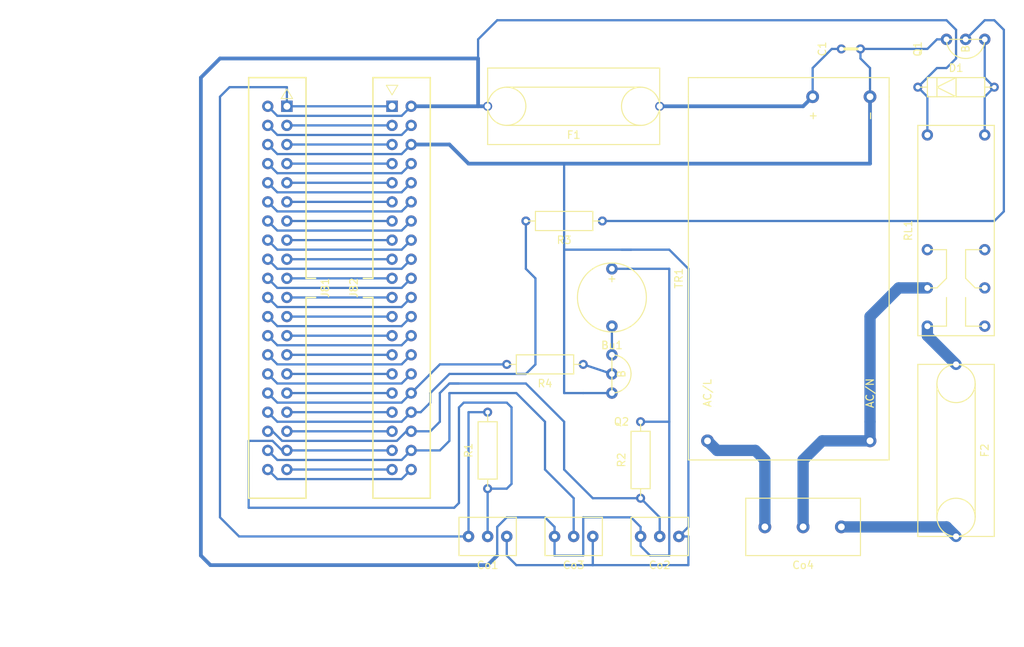
<source format=kicad_pcb>
(kicad_pcb (version 4) (host pcbnew 4.0.7)

  (general
    (links 75)
    (no_connects 0)
    (area 148.360001 81.179999 284.580001 163.990001)
    (thickness 1.6)
    (drawings 7)
    (tracks 258)
    (zones 0)
    (modules 19)
    (nets 54)
  )

  (page A4)
  (layers
    (0 F.Cu signal)
    (31 B.Cu signal)
    (32 B.Adhes user)
    (33 F.Adhes user)
    (34 B.Paste user)
    (35 F.Paste user)
    (36 B.SilkS user)
    (37 F.SilkS user)
    (38 B.Mask user)
    (39 F.Mask user)
    (40 Dwgs.User user)
    (41 Cmts.User user)
    (42 Eco1.User user)
    (43 Eco2.User user)
    (44 Edge.Cuts user)
    (45 Margin user)
    (46 B.CrtYd user)
    (47 F.CrtYd user)
    (48 B.Fab user)
    (49 F.Fab user)
  )

  (setup
    (last_trace_width 0.3)
    (user_trace_width 0.3)
    (user_trace_width 0.5)
    (user_trace_width 0.8)
    (user_trace_width 1)
    (user_trace_width 1.5)
    (trace_clearance 0.2)
    (zone_clearance 0.508)
    (zone_45_only no)
    (trace_min 0.3)
    (segment_width 0.2)
    (edge_width 0.15)
    (via_size 0.8)
    (via_drill 0.6)
    (via_min_size 0.6)
    (via_min_drill 0.6)
    (user_via 0.8 0.6)
    (user_via 1 0.8)
    (user_via 1.3 0.9)
    (uvia_size 0.3)
    (uvia_drill 0.1)
    (uvias_allowed no)
    (uvia_min_size 0.2)
    (uvia_min_drill 0.1)
    (pcb_text_width 0.3)
    (pcb_text_size 1.5 1.5)
    (mod_edge_width 0.15)
    (mod_text_size 1 1)
    (mod_text_width 0.15)
    (pad_size 1.52 1.52)
    (pad_drill 0.91)
    (pad_to_mask_clearance 0.2)
    (aux_axis_origin 0 0)
    (visible_elements 7FFFFFFF)
    (pcbplotparams
      (layerselection 0x00030_80000001)
      (usegerberextensions false)
      (excludeedgelayer true)
      (linewidth 0.100000)
      (plotframeref false)
      (viasonmask false)
      (mode 1)
      (useauxorigin false)
      (hpglpennumber 1)
      (hpglpenspeed 20)
      (hpglpendiameter 15)
      (hpglpenoverlay 2)
      (psnegative false)
      (psa4output false)
      (plotreference true)
      (plotvalue true)
      (plotinvisibletext false)
      (padsonsilk false)
      (subtractmaskfromsilk false)
      (outputformat 1)
      (mirror false)
      (drillshape 1)
      (scaleselection 1)
      (outputdirectory ""))
  )

  (net 0 "")
  (net 1 "Net-(Bu1-Pad1)")
  (net 2 "Net-(Bu1-Pad2)")
  (net 3 "Net-(C1-Pad1)")
  (net 4 "Net-(C1-Pad2)")
  (net 5 "Net-(Co1-Pad1)")
  (net 6 "Net-(Co1-Pad2)")
  (net 7 "Net-(Co2-Pad2)")
  (net 8 "Net-(Co3-Pad2)")
  (net 9 "Net-(Co4-Pad1)")
  (net 10 "Net-(Co4-Pad2)")
  (net 11 "Net-(Co4-Pad3)")
  (net 12 "Net-(D1-Pad1)")
  (net 13 "Net-(F2-Pad1)")
  (net 14 "Net-(J81-Pad3)")
  (net 15 "Net-(J81-Pad4)")
  (net 16 "Net-(J81-Pad5)")
  (net 17 "Net-(J81-Pad7)")
  (net 18 "Net-(J81-Pad8)")
  (net 19 "Net-(J81-Pad9)")
  (net 20 "Net-(J81-Pad10)")
  (net 21 "Net-(J81-Pad11)")
  (net 22 "Net-(J81-Pad12)")
  (net 23 "Net-(J81-Pad13)")
  (net 24 "Net-(J81-Pad14)")
  (net 25 "Net-(J81-Pad15)")
  (net 26 "Net-(J81-Pad16)")
  (net 27 "Net-(J81-Pad17)")
  (net 28 "Net-(J81-Pad18)")
  (net 29 "Net-(J81-Pad19)")
  (net 30 "Net-(J81-Pad20)")
  (net 31 "Net-(J81-Pad21)")
  (net 32 "Net-(J81-Pad22)")
  (net 33 "Net-(J81-Pad23)")
  (net 34 "Net-(J81-Pad24)")
  (net 35 "Net-(J81-Pad25)")
  (net 36 "Net-(J81-Pad26)")
  (net 37 "Net-(J81-Pad27)")
  (net 38 "Net-(J81-Pad28)")
  (net 39 "Net-(J81-Pad29)")
  (net 40 "Net-(J81-Pad30)")
  (net 41 "Net-(J81-Pad31)")
  (net 42 "Net-(J81-Pad32)")
  (net 43 "Net-(J81-Pad33)")
  (net 44 "Net-(J81-Pad34)")
  (net 45 "Net-(J81-Pad35)")
  (net 46 "Net-(J81-Pad40)")
  (net 47 "Net-(Q1-Pad2)")
  (net 48 "Net-(Q2-Pad2)")
  (net 49 "Net-(RL1-Pad3)")
  (net 50 "Net-(RL1-Pad6)")
  (net 51 "Net-(RL1-Pad7)")
  (net 52 "Net-(RL1-Pad8)")
  (net 53 "Net-(J81-Pad39)")

  (net_class Default "Dies ist die voreingestellte Netzklasse."
    (clearance 0.2)
    (trace_width 0.3)
    (via_dia 0.8)
    (via_drill 0.6)
    (uvia_dia 0.3)
    (uvia_drill 0.1)
    (add_net "Net-(Bu1-Pad1)")
    (add_net "Net-(Bu1-Pad2)")
    (add_net "Net-(C1-Pad1)")
    (add_net "Net-(C1-Pad2)")
    (add_net "Net-(Co1-Pad1)")
    (add_net "Net-(Co1-Pad2)")
    (add_net "Net-(Co2-Pad2)")
    (add_net "Net-(Co3-Pad2)")
    (add_net "Net-(Co4-Pad1)")
    (add_net "Net-(Co4-Pad2)")
    (add_net "Net-(Co4-Pad3)")
    (add_net "Net-(D1-Pad1)")
    (add_net "Net-(F2-Pad1)")
    (add_net "Net-(J81-Pad10)")
    (add_net "Net-(J81-Pad11)")
    (add_net "Net-(J81-Pad12)")
    (add_net "Net-(J81-Pad13)")
    (add_net "Net-(J81-Pad14)")
    (add_net "Net-(J81-Pad15)")
    (add_net "Net-(J81-Pad16)")
    (add_net "Net-(J81-Pad17)")
    (add_net "Net-(J81-Pad18)")
    (add_net "Net-(J81-Pad19)")
    (add_net "Net-(J81-Pad20)")
    (add_net "Net-(J81-Pad21)")
    (add_net "Net-(J81-Pad22)")
    (add_net "Net-(J81-Pad23)")
    (add_net "Net-(J81-Pad24)")
    (add_net "Net-(J81-Pad25)")
    (add_net "Net-(J81-Pad26)")
    (add_net "Net-(J81-Pad27)")
    (add_net "Net-(J81-Pad28)")
    (add_net "Net-(J81-Pad29)")
    (add_net "Net-(J81-Pad3)")
    (add_net "Net-(J81-Pad30)")
    (add_net "Net-(J81-Pad31)")
    (add_net "Net-(J81-Pad32)")
    (add_net "Net-(J81-Pad33)")
    (add_net "Net-(J81-Pad34)")
    (add_net "Net-(J81-Pad35)")
    (add_net "Net-(J81-Pad39)")
    (add_net "Net-(J81-Pad4)")
    (add_net "Net-(J81-Pad40)")
    (add_net "Net-(J81-Pad5)")
    (add_net "Net-(J81-Pad7)")
    (add_net "Net-(J81-Pad8)")
    (add_net "Net-(J81-Pad9)")
    (add_net "Net-(Q1-Pad2)")
    (add_net "Net-(Q2-Pad2)")
    (add_net "Net-(RL1-Pad3)")
    (add_net "Net-(RL1-Pad6)")
    (add_net "Net-(RL1-Pad7)")
    (add_net "Net-(RL1-Pad8)")
  )

  (net_class big ""
    (clearance 0.2)
    (trace_width 0.5)
    (via_dia 0.8)
    (via_drill 0.6)
    (uvia_dia 0.3)
    (uvia_drill 0.1)
  )

  (net_class power ""
    (clearance 0.2)
    (trace_width 0.8)
    (via_dia 1)
    (via_drill 0.8)
    (uvia_dia 0.3)
    (uvia_drill 0.1)
  )

  (module RasperryLib:Buzzer1x2 (layer F.Cu) (tedit 5BAA921D) (tstamp 5BE9E512)
    (at 229.87 120.65)
    (path /5BE9F2D6)
    (fp_text reference Bu1 (at 0 6.35) (layer F.SilkS)
      (effects (font (size 1 1) (thickness 0.15)))
    )
    (fp_text value Buzzer_2 (at 0 -6.35) (layer F.Fab)
      (effects (font (size 1 1) (thickness 0.15)))
    )
    (fp_text user + (at 0 -2.54) (layer F.SilkS)
      (effects (font (size 1 1) (thickness 0.15)))
    )
    (fp_circle (center 0 0) (end -2.54 -3.81) (layer F.SilkS) (width 0.15))
    (pad 1 thru_hole circle (at 0 -3.81) (size 1.524 1.524) (drill 0.762) (layers *.Cu *.Mask)
      (net 1 "Net-(Bu1-Pad1)"))
    (pad 2 thru_hole circle (at 0 3.81) (size 1.524 1.524) (drill 0.762) (layers *.Cu *.Mask)
      (net 2 "Net-(Bu1-Pad2)"))
  )

  (module RasperryLib:Capacitor_Small (layer F.Cu) (tedit 5BAA9585) (tstamp 5BE9E518)
    (at 261.62 87.63 270)
    (path /5BE9EC66)
    (fp_text reference C1 (at 0 3.81 270) (layer F.SilkS)
      (effects (font (size 1 1) (thickness 0.15)))
    )
    (fp_text value 10nF (at 0 -3.81 270) (layer F.Fab)
      (effects (font (size 1 1) (thickness 0.15)))
    )
    (fp_line (start 0 -1.27) (end 0 1.27) (layer F.SilkS) (width 0.4))
    (pad 1 thru_hole circle (at 0 -1.27 270) (size 1.2 1.2) (drill 0.6) (layers *.Cu *.Mask)
      (net 3 "Net-(C1-Pad1)"))
    (pad 2 thru_hole circle (at 0 1.27 270) (size 1.2 1.2) (drill 0.6) (layers *.Cu *.Mask)
      (net 4 "Net-(C1-Pad2)"))
  )

  (module RasperryLib:Conn_Small1x3 (layer F.Cu) (tedit 5BAA9499) (tstamp 5BE9E51F)
    (at 213.36 152.4)
    (path /5BE8F293)
    (fp_text reference Co1 (at 0 3.81) (layer F.SilkS)
      (effects (font (size 1 1) (thickness 0.15)))
    )
    (fp_text value DS18B20 (at 0 -3.81) (layer F.Fab)
      (effects (font (size 1 1) (thickness 0.15)))
    )
    (fp_line (start 3.81 -2.54) (end -3.81 -2.54) (layer F.SilkS) (width 0.15))
    (fp_line (start -3.81 -2.54) (end -3.81 2.54) (layer F.SilkS) (width 0.15))
    (fp_line (start -3.81 2.54) (end 3.81 2.54) (layer F.SilkS) (width 0.15))
    (fp_line (start 3.81 2.54) (end 3.81 -2.54) (layer F.SilkS) (width 0.15))
    (pad 1 thru_hole circle (at -2.54 0) (size 1.524 1.524) (drill 0.7) (layers *.Cu *.Mask)
      (net 5 "Net-(Co1-Pad1)"))
    (pad 2 thru_hole circle (at 0 0) (size 1.524 1.524) (drill 0.7) (layers *.Cu *.Mask)
      (net 6 "Net-(Co1-Pad2)"))
    (pad 3 thru_hole circle (at 2.54 0) (size 1.524 1.524) (drill 0.7) (layers *.Cu *.Mask)
      (net 3 "Net-(C1-Pad1)"))
  )

  (module RasperryLib:Conn_Small1x3 (layer F.Cu) (tedit 5BAA9499) (tstamp 5BE9E526)
    (at 236.22 152.4)
    (path /5BE8BABB)
    (fp_text reference Co2 (at 0 3.81) (layer F.SilkS)
      (effects (font (size 1 1) (thickness 0.15)))
    )
    (fp_text value DHT22 (at 0 -3.81) (layer F.Fab)
      (effects (font (size 1 1) (thickness 0.15)))
    )
    (fp_line (start 3.81 -2.54) (end -3.81 -2.54) (layer F.SilkS) (width 0.15))
    (fp_line (start -3.81 -2.54) (end -3.81 2.54) (layer F.SilkS) (width 0.15))
    (fp_line (start -3.81 2.54) (end 3.81 2.54) (layer F.SilkS) (width 0.15))
    (fp_line (start 3.81 2.54) (end 3.81 -2.54) (layer F.SilkS) (width 0.15))
    (pad 1 thru_hole circle (at -2.54 0) (size 1.524 1.524) (drill 0.7) (layers *.Cu *.Mask)
      (net 1 "Net-(Bu1-Pad1)"))
    (pad 2 thru_hole circle (at 0 0) (size 1.524 1.524) (drill 0.7) (layers *.Cu *.Mask)
      (net 7 "Net-(Co2-Pad2)"))
    (pad 3 thru_hole circle (at 2.54 0) (size 1.524 1.524) (drill 0.7) (layers *.Cu *.Mask)
      (net 3 "Net-(C1-Pad1)"))
  )

  (module RasperryLib:Conn_Small1x3 (layer F.Cu) (tedit 5BAA9499) (tstamp 5BE9E52D)
    (at 224.79 152.4)
    (path /5BE8BAE6)
    (fp_text reference Co3 (at 0 3.81) (layer F.SilkS)
      (effects (font (size 1 1) (thickness 0.15)))
    )
    (fp_text value "Move Sensor" (at 0 -3.81) (layer F.Fab)
      (effects (font (size 1 1) (thickness 0.15)))
    )
    (fp_line (start 3.81 -2.54) (end -3.81 -2.54) (layer F.SilkS) (width 0.15))
    (fp_line (start -3.81 -2.54) (end -3.81 2.54) (layer F.SilkS) (width 0.15))
    (fp_line (start -3.81 2.54) (end 3.81 2.54) (layer F.SilkS) (width 0.15))
    (fp_line (start 3.81 2.54) (end 3.81 -2.54) (layer F.SilkS) (width 0.15))
    (pad 1 thru_hole circle (at -2.54 0) (size 1.524 1.524) (drill 0.7) (layers *.Cu *.Mask)
      (net 1 "Net-(Bu1-Pad1)"))
    (pad 2 thru_hole circle (at 0 0) (size 1.524 1.524) (drill 0.7) (layers *.Cu *.Mask)
      (net 8 "Net-(Co3-Pad2)"))
    (pad 3 thru_hole circle (at 2.54 0) (size 1.524 1.524) (drill 0.7) (layers *.Cu *.Mask)
      (net 3 "Net-(C1-Pad1)"))
  )

  (module RasperryLib:Connector1x3 (layer F.Cu) (tedit 5BE34ED2) (tstamp 5BE9E534)
    (at 255.27 151.13)
    (path /5BE89353)
    (fp_text reference Co4 (at 0 5.08) (layer F.SilkS)
      (effects (font (size 1 1) (thickness 0.15)))
    )
    (fp_text value Connector1x3 (at 0 -5.08) (layer F.Fab)
      (effects (font (size 1 1) (thickness 0.15)))
    )
    (fp_line (start -7.62 3.81) (end -7.62 -3.81) (layer F.SilkS) (width 0.15))
    (fp_line (start 7.62 -3.81) (end 7.62 3.81) (layer F.SilkS) (width 0.15))
    (fp_line (start -7.62 -3.81) (end 7.62 -3.81) (layer F.SilkS) (width 0.15))
    (fp_line (start -7.62 3.81) (end 7.62 3.81) (layer F.SilkS) (width 0.15))
    (pad 1 thru_hole circle (at -5.08 0) (size 1.7 1.7) (drill 0.9) (layers *.Cu *.Mask)
      (net 9 "Net-(Co4-Pad1)"))
    (pad 2 thru_hole circle (at 0 0) (size 1.7 1.7) (drill 0.9) (layers *.Cu *.Mask)
      (net 10 "Net-(Co4-Pad2)"))
    (pad 3 thru_hole circle (at 5.08 0) (size 1.7 1.7) (drill 0.9) (layers *.Cu *.Mask)
      (net 11 "Net-(Co4-Pad3)"))
  )

  (module RasperryLib:Diode (layer F.Cu) (tedit 5BAA9893) (tstamp 5BE9E53A)
    (at 275.59 92.71 180)
    (path /5BE893D3)
    (fp_text reference D1 (at 0 2.54 180) (layer F.SilkS)
      (effects (font (size 1 1) (thickness 0.15)))
    )
    (fp_text value Diode (at 0 -2.54 180) (layer F.Fab)
      (effects (font (size 1 1) (thickness 0.15)))
    )
    (fp_line (start 3.81 0) (end 5.08 0) (layer F.SilkS) (width 0.15))
    (fp_line (start -3.81 0) (end -5.08 0) (layer F.SilkS) (width 0.15))
    (fp_line (start 2.54 -1.27) (end 2.54 1.27) (layer F.SilkS) (width 0.15))
    (fp_line (start 2.54 1.27) (end 0 1.27) (layer F.SilkS) (width 0.15))
    (fp_line (start 0 1.27) (end 2.54 0) (layer F.SilkS) (width 0.15))
    (fp_line (start 2.54 0) (end 0 -1.27) (layer F.SilkS) (width 0.15))
    (fp_line (start 0 -1.27) (end 0 1.27) (layer F.SilkS) (width 0.15))
    (fp_line (start -3.81 1.27) (end -3.81 -1.27) (layer F.SilkS) (width 0.15))
    (fp_line (start -3.81 -1.27) (end 3.81 -1.27) (layer F.SilkS) (width 0.15))
    (fp_line (start 3.81 -1.27) (end 3.81 1.27) (layer F.SilkS) (width 0.15))
    (fp_line (start 3.81 1.27) (end -3.81 1.27) (layer F.SilkS) (width 0.15))
    (pad 1 thru_hole circle (at -5.08 0 180) (size 1.2 1.2) (drill 0.6) (layers *.Cu *.Mask)
      (net 12 "Net-(D1-Pad1)"))
    (pad 2 thru_hole circle (at 5.08 0 180) (size 1.2 1.2) (drill 0.6) (layers *.Cu *.Mask)
      (net 1 "Net-(Bu1-Pad1)"))
  )

  (module RasperryLib:Fuse (layer F.Cu) (tedit 5BD0A38B) (tstamp 5BE9E540)
    (at 224.79 95.25)
    (path /5BE894B8)
    (fp_text reference F1 (at 0 3.81) (layer F.SilkS)
      (effects (font (size 1 1) (thickness 0.15)))
    )
    (fp_text value Fuse (at 0 -3.81) (layer F.Fab)
      (effects (font (size 1 1) (thickness 0.15)))
    )
    (fp_line (start 7.62 2.54) (end 8.89 2.54) (layer F.SilkS) (width 0.15))
    (fp_line (start 7.62 2.54) (end -8.89 2.54) (layer F.SilkS) (width 0.15))
    (fp_line (start 8.89 -2.54) (end -8.89 -2.54) (layer F.SilkS) (width 0.15))
    (fp_circle (center 8.89 0) (end 8.89 -2.54) (layer F.SilkS) (width 0.15))
    (fp_circle (center -8.89 0) (end -8.89 -2.54) (layer F.SilkS) (width 0.15))
    (fp_line (start 11.43 5.08) (end 11.43 -5.08) (layer F.SilkS) (width 0.15))
    (fp_line (start 11.43 -5.08) (end -11.43 -5.08) (layer F.SilkS) (width 0.15))
    (fp_line (start -11.43 -5.08) (end -11.43 5.08) (layer F.SilkS) (width 0.15))
    (fp_line (start -11.43 5.08) (end 11.43 5.08) (layer F.SilkS) (width 0.15))
    (pad 1 thru_hole circle (at 11.43 0) (size 1.2 1.2) (drill 0.8) (layers *.Cu *.Mask)
      (net 4 "Net-(C1-Pad2)"))
    (pad 2 thru_hole circle (at -11.43 0) (size 1.2 1.2) (drill 0.8) (layers *.Cu *.Mask)
      (net 1 "Net-(Bu1-Pad1)"))
  )

  (module RasperryLib:Fuse (layer F.Cu) (tedit 5BD0A38B) (tstamp 5BE9E546)
    (at 275.59 140.97 90)
    (path /5BE89477)
    (fp_text reference F2 (at 0 3.81 90) (layer F.SilkS)
      (effects (font (size 1 1) (thickness 0.15)))
    )
    (fp_text value Fuse (at 0 -3.81 90) (layer F.Fab)
      (effects (font (size 1 1) (thickness 0.15)))
    )
    (fp_line (start 7.62 2.54) (end 8.89 2.54) (layer F.SilkS) (width 0.15))
    (fp_line (start 7.62 2.54) (end -8.89 2.54) (layer F.SilkS) (width 0.15))
    (fp_line (start 8.89 -2.54) (end -8.89 -2.54) (layer F.SilkS) (width 0.15))
    (fp_circle (center 8.89 0) (end 8.89 -2.54) (layer F.SilkS) (width 0.15))
    (fp_circle (center -8.89 0) (end -8.89 -2.54) (layer F.SilkS) (width 0.15))
    (fp_line (start 11.43 5.08) (end 11.43 -5.08) (layer F.SilkS) (width 0.15))
    (fp_line (start 11.43 -5.08) (end -11.43 -5.08) (layer F.SilkS) (width 0.15))
    (fp_line (start -11.43 -5.08) (end -11.43 5.08) (layer F.SilkS) (width 0.15))
    (fp_line (start -11.43 5.08) (end 11.43 5.08) (layer F.SilkS) (width 0.15))
    (pad 1 thru_hole circle (at 11.43 0 90) (size 1.2 1.2) (drill 0.8) (layers *.Cu *.Mask)
      (net 13 "Net-(F2-Pad1)"))
    (pad 2 thru_hole circle (at -11.43 0 90) (size 1.2 1.2) (drill 0.8) (layers *.Cu *.Mask)
      (net 11 "Net-(Co4-Pad3)"))
  )

  (module RasperryLib:RaspiConnectorTurned (layer F.Cu) (tedit 5BEDC861) (tstamp 5BE9E572)
    (at 185.42 119.38 90)
    (descr "Raspi 2x40 Connector")
    (tags "CONN Raspi j8")
    (path /5BE894DF)
    (attr smd)
    (fp_text reference J81 (at 0 6.35 90) (layer F.SilkS)
      (effects (font (size 1 1) (thickness 0.15)))
    )
    (fp_text value J8HeaderTurned (at -1.27 -5.08 90) (layer F.Fab)
      (effects (font (size 1 1) (thickness 0.15)))
    )
    (fp_line (start -1.27 5.08) (end -1.27 3.81) (layer F.SilkS) (width 0.2))
    (fp_line (start -1.27 3.81) (end -27.94 3.81) (layer F.SilkS) (width 0.2))
    (fp_line (start -27.94 3.81) (end -27.94 -3.81) (layer F.SilkS) (width 0.2))
    (fp_line (start -27.94 -3.81) (end 27.94 -3.81) (layer F.SilkS) (width 0.2))
    (fp_line (start 27.94 -3.81) (end 27.94 3.81) (layer F.SilkS) (width 0.2))
    (fp_line (start 27.94 3.81) (end 1.27 3.81) (layer F.SilkS) (width 0.2))
    (fp_line (start 1.27 3.81) (end 1.27 5.08) (layer F.SilkS) (width 0.2))
    (fp_line (start 26.42 1.27) (end 25.15 0.51) (layer F.SilkS) (width 0.12))
    (fp_line (start 25.15 0.51) (end 25.15 2.03) (layer F.SilkS) (width 0.12))
    (fp_line (start 25.15 2.03) (end 26.42 1.27) (layer F.SilkS) (width 0.12))
    (fp_line (start -1.78 4.32) (end -1.78 3.56) (layer F.Fab) (width 0.1))
    (fp_line (start -1.78 3.56) (end -27.94 3.56) (layer F.Fab) (width 0.1))
    (fp_line (start -27.94 3.56) (end -27.94 -3.56) (layer F.Fab) (width 0.1))
    (fp_line (start -27.94 -3.56) (end 27.94 -3.56) (layer F.Fab) (width 0.1))
    (fp_line (start 27.94 -3.56) (end 27.94 3.56) (layer F.Fab) (width 0.1))
    (fp_line (start 27.94 3.56) (end 1.78 3.56) (layer F.Fab) (width 0.1))
    (fp_line (start 1.78 3.56) (end 1.78 4.32) (layer F.Fab) (width 0.1))
    (pad 1 thru_hole rect (at 24.13 1.27 90) (size 1.52 1.52) (drill 0.91) (layers *.Cu *.Mask)
      (net 5 "Net-(Co1-Pad1)"))
    (pad 2 thru_hole circle (at 24.13 -1.27 90) (size 1.5 1.5) (drill 0.8) (layers *.Cu *.Mask)
      (net 1 "Net-(Bu1-Pad1)"))
    (pad 3 thru_hole circle (at 21.59 1.27 90) (size 1.5 1.5) (drill 0.8) (layers *.Cu *.Mask)
      (net 14 "Net-(J81-Pad3)"))
    (pad 4 thru_hole circle (at 21.59 -1.27 90) (size 1.5 1.5) (drill 0.8) (layers *.Cu *.Mask)
      (net 15 "Net-(J81-Pad4)"))
    (pad 5 thru_hole circle (at 19.05 1.27 90) (size 1.5 1.5) (drill 0.8) (layers *.Cu *.Mask)
      (net 16 "Net-(J81-Pad5)"))
    (pad 6 thru_hole circle (at 19.05 -1.27 90) (size 1.5 1.5) (drill 0.8) (layers *.Cu *.Mask)
      (net 3 "Net-(C1-Pad1)"))
    (pad 7 thru_hole circle (at 16.51 1.27 90) (size 1.5 1.5) (drill 0.8) (layers *.Cu *.Mask)
      (net 17 "Net-(J81-Pad7)"))
    (pad 8 thru_hole circle (at 16.51 -1.27 90) (size 1.5 1.5) (drill 0.8) (layers *.Cu *.Mask)
      (net 18 "Net-(J81-Pad8)"))
    (pad 9 thru_hole circle (at 13.97 1.27 90) (size 1.5 1.5) (drill 0.8) (layers *.Cu *.Mask)
      (net 19 "Net-(J81-Pad9)"))
    (pad 10 thru_hole circle (at 13.97 -1.27 90) (size 1.5 1.5) (drill 0.8) (layers *.Cu *.Mask)
      (net 20 "Net-(J81-Pad10)"))
    (pad 11 thru_hole circle (at 11.43 1.27 90) (size 1.5 1.5) (drill 0.8) (layers *.Cu *.Mask)
      (net 21 "Net-(J81-Pad11)"))
    (pad 12 thru_hole circle (at 11.43 -1.27 90) (size 1.5 1.5) (drill 0.8) (layers *.Cu *.Mask)
      (net 22 "Net-(J81-Pad12)"))
    (pad 13 thru_hole circle (at 8.89 1.27 90) (size 1.5 1.5) (drill 0.8) (layers *.Cu *.Mask)
      (net 23 "Net-(J81-Pad13)"))
    (pad 14 thru_hole circle (at 8.89 -1.27 90) (size 1.5 1.5) (drill 0.8) (layers *.Cu *.Mask)
      (net 24 "Net-(J81-Pad14)"))
    (pad 15 thru_hole circle (at 6.35 1.27 90) (size 1.5 1.5) (drill 0.8) (layers *.Cu *.Mask)
      (net 25 "Net-(J81-Pad15)"))
    (pad 16 thru_hole circle (at 6.35 -1.27 90) (size 1.5 1.5) (drill 0.8) (layers *.Cu *.Mask)
      (net 26 "Net-(J81-Pad16)"))
    (pad 17 thru_hole circle (at 3.81 1.27 90) (size 1.5 1.5) (drill 0.8) (layers *.Cu *.Mask)
      (net 27 "Net-(J81-Pad17)"))
    (pad 18 thru_hole circle (at 3.81 -1.27 90) (size 1.5 1.5) (drill 0.8) (layers *.Cu *.Mask)
      (net 28 "Net-(J81-Pad18)"))
    (pad 19 thru_hole circle (at 1.27 1.27 90) (size 1.5 1.5) (drill 0.8) (layers *.Cu *.Mask)
      (net 29 "Net-(J81-Pad19)"))
    (pad 20 thru_hole circle (at 1.27 -1.27 90) (size 1.5 1.5) (drill 0.8) (layers *.Cu *.Mask)
      (net 30 "Net-(J81-Pad20)"))
    (pad 21 thru_hole circle (at -1.27 1.27 90) (size 1.5 1.5) (drill 0.8) (layers *.Cu *.Mask)
      (net 31 "Net-(J81-Pad21)"))
    (pad 22 thru_hole circle (at -1.27 -1.27 90) (size 1.5 1.5) (drill 0.8) (layers *.Cu *.Mask)
      (net 32 "Net-(J81-Pad22)"))
    (pad 23 thru_hole circle (at -3.81 1.27 90) (size 1.5 1.5) (drill 0.8) (layers *.Cu *.Mask)
      (net 33 "Net-(J81-Pad23)"))
    (pad 24 thru_hole circle (at -3.81 -1.27 90) (size 1.5 1.5) (drill 0.8) (layers *.Cu *.Mask)
      (net 34 "Net-(J81-Pad24)"))
    (pad 25 thru_hole circle (at -6.35 1.27 90) (size 1.5 1.5) (drill 0.8) (layers *.Cu *.Mask)
      (net 35 "Net-(J81-Pad25)"))
    (pad 26 thru_hole circle (at -6.35 -1.27 90) (size 1.5 1.5) (drill 0.8) (layers *.Cu *.Mask)
      (net 36 "Net-(J81-Pad26)"))
    (pad 27 thru_hole circle (at -8.89 1.27 90) (size 1.5 1.5) (drill 0.8) (layers *.Cu *.Mask)
      (net 37 "Net-(J81-Pad27)"))
    (pad 28 thru_hole circle (at -8.89 -1.27 90) (size 1.5 1.5) (drill 0.8) (layers *.Cu *.Mask)
      (net 38 "Net-(J81-Pad28)"))
    (pad 29 thru_hole circle (at -11.43 1.27 90) (size 1.5 1.5) (drill 0.8) (layers *.Cu *.Mask)
      (net 39 "Net-(J81-Pad29)"))
    (pad 30 thru_hole circle (at -11.43 -1.27 90) (size 1.5 1.5) (drill 0.8) (layers *.Cu *.Mask)
      (net 40 "Net-(J81-Pad30)"))
    (pad 31 thru_hole circle (at -13.97 1.27 90) (size 1.5 1.5) (drill 0.8) (layers *.Cu *.Mask)
      (net 41 "Net-(J81-Pad31)"))
    (pad 32 thru_hole circle (at -13.97 -1.27 90) (size 1.5 1.5) (drill 0.8) (layers *.Cu *.Mask)
      (net 42 "Net-(J81-Pad32)"))
    (pad 33 thru_hole circle (at -16.51 1.27 90) (size 1.5 1.5) (drill 0.8) (layers *.Cu *.Mask)
      (net 43 "Net-(J81-Pad33)"))
    (pad 34 thru_hole circle (at -16.51 -1.27 90) (size 1.5 1.5) (drill 0.8) (layers *.Cu *.Mask)
      (net 44 "Net-(J81-Pad34)"))
    (pad 35 thru_hole circle (at -19.05 1.27 90) (size 1.5 1.5) (drill 0.8) (layers *.Cu *.Mask)
      (net 45 "Net-(J81-Pad35)"))
    (pad 36 thru_hole circle (at -19.05 -1.27 90) (size 1.5 1.5) (drill 0.8) (layers *.Cu *.Mask)
      (net 7 "Net-(Co2-Pad2)"))
    (pad 37 thru_hole circle (at -21.59 1.27 90) (size 1.5 1.5) (drill 0.8) (layers *.Cu *.Mask)
      (net 6 "Net-(Co1-Pad2)"))
    (pad 38 thru_hole circle (at -21.59 -1.27 90) (size 1.5 1.5) (drill 0.8) (layers *.Cu *.Mask)
      (net 8 "Net-(Co3-Pad2)"))
    (pad 39 thru_hole circle (at -24.13 1.27 90) (size 1.5 1.5) (drill 0.8) (layers *.Cu *.Mask)
      (net 53 "Net-(J81-Pad39)"))
    (pad 40 thru_hole circle (at -24.13 -1.27 90) (size 1.5 1.5) (drill 0.8) (layers *.Cu *.Mask)
      (net 46 "Net-(J81-Pad40)"))
  )

  (module RasperryLib:RaspiConnector (layer F.Cu) (tedit 5BE34BD6) (tstamp 5BE9E59E)
    (at 201.93 119.38 270)
    (descr "Raspi 2x40 Connector")
    (tags "CONN Raspi j8")
    (path /5BE8950A)
    (attr smd)
    (fp_text reference J82 (at 0 6.35 270) (layer F.SilkS)
      (effects (font (size 1 1) (thickness 0.15)))
    )
    (fp_text value J8Header (at -1.27 -5.08 270) (layer F.Fab)
      (effects (font (size 1 1) (thickness 0.15)))
    )
    (fp_line (start -1.27 5.08) (end -1.27 3.81) (layer F.SilkS) (width 0.2))
    (fp_line (start -1.27 3.81) (end -27.94 3.81) (layer F.SilkS) (width 0.2))
    (fp_line (start -27.94 3.81) (end -27.94 -3.81) (layer F.SilkS) (width 0.2))
    (fp_line (start -27.94 -3.81) (end 27.94 -3.81) (layer F.SilkS) (width 0.2))
    (fp_line (start 27.94 -3.81) (end 27.94 3.81) (layer F.SilkS) (width 0.2))
    (fp_line (start 27.94 3.81) (end 1.27 3.81) (layer F.SilkS) (width 0.2))
    (fp_line (start 1.27 3.81) (end 1.27 5.08) (layer F.SilkS) (width 0.2))
    (fp_line (start -25.65 1.27) (end -26.92 0.51) (layer F.SilkS) (width 0.12))
    (fp_line (start -26.92 0.51) (end -26.92 2.03) (layer F.SilkS) (width 0.12))
    (fp_line (start -26.92 2.03) (end -25.65 1.27) (layer F.SilkS) (width 0.12))
    (fp_line (start -1.78 4.32) (end -1.78 3.56) (layer F.Fab) (width 0.1))
    (fp_line (start -1.78 3.56) (end -27.94 3.56) (layer F.Fab) (width 0.1))
    (fp_line (start -27.94 3.56) (end -27.94 -3.56) (layer F.Fab) (width 0.1))
    (fp_line (start -27.94 -3.56) (end 27.94 -3.56) (layer F.Fab) (width 0.1))
    (fp_line (start 27.94 -3.56) (end 27.94 3.56) (layer F.Fab) (width 0.1))
    (fp_line (start 27.94 3.56) (end 1.78 3.56) (layer F.Fab) (width 0.1))
    (fp_line (start 1.78 3.56) (end 1.78 4.32) (layer F.Fab) (width 0.1))
    (pad 1 thru_hole rect (at -24.13 1.27 270) (size 1.52 1.52) (drill 0.91) (layers *.Cu *.Mask)
      (net 5 "Net-(Co1-Pad1)"))
    (pad 2 thru_hole circle (at -24.13 -1.27 270) (size 1.5 1.5) (drill 0.8) (layers *.Cu *.Mask)
      (net 1 "Net-(Bu1-Pad1)"))
    (pad 3 thru_hole circle (at -21.59 1.27 270) (size 1.5 1.5) (drill 0.8) (layers *.Cu *.Mask)
      (net 14 "Net-(J81-Pad3)"))
    (pad 4 thru_hole circle (at -21.59 -1.27 270) (size 1.5 1.5) (drill 0.8) (layers *.Cu *.Mask)
      (net 15 "Net-(J81-Pad4)"))
    (pad 5 thru_hole circle (at -19.05 1.27 270) (size 1.5 1.5) (drill 0.8) (layers *.Cu *.Mask)
      (net 16 "Net-(J81-Pad5)"))
    (pad 6 thru_hole circle (at -19.05 -1.27 270) (size 1.5 1.5) (drill 0.8) (layers *.Cu *.Mask)
      (net 3 "Net-(C1-Pad1)"))
    (pad 7 thru_hole circle (at -16.51 1.27 270) (size 1.5 1.5) (drill 0.8) (layers *.Cu *.Mask)
      (net 17 "Net-(J81-Pad7)"))
    (pad 8 thru_hole circle (at -16.51 -1.27 270) (size 1.5 1.5) (drill 0.8) (layers *.Cu *.Mask)
      (net 18 "Net-(J81-Pad8)"))
    (pad 9 thru_hole circle (at -13.97 1.27 270) (size 1.5 1.5) (drill 0.8) (layers *.Cu *.Mask)
      (net 19 "Net-(J81-Pad9)"))
    (pad 10 thru_hole circle (at -13.97 -1.27 270) (size 1.5 1.5) (drill 0.8) (layers *.Cu *.Mask)
      (net 20 "Net-(J81-Pad10)"))
    (pad 11 thru_hole circle (at -11.43 1.27 270) (size 1.5 1.5) (drill 0.8) (layers *.Cu *.Mask)
      (net 21 "Net-(J81-Pad11)"))
    (pad 12 thru_hole circle (at -11.43 -1.27 270) (size 1.5 1.5) (drill 0.8) (layers *.Cu *.Mask)
      (net 22 "Net-(J81-Pad12)"))
    (pad 13 thru_hole circle (at -8.89 1.27 270) (size 1.5 1.5) (drill 0.8) (layers *.Cu *.Mask)
      (net 23 "Net-(J81-Pad13)"))
    (pad 14 thru_hole circle (at -8.89 -1.27 270) (size 1.5 1.5) (drill 0.8) (layers *.Cu *.Mask)
      (net 24 "Net-(J81-Pad14)"))
    (pad 15 thru_hole circle (at -6.35 1.27 270) (size 1.5 1.5) (drill 0.8) (layers *.Cu *.Mask)
      (net 25 "Net-(J81-Pad15)"))
    (pad 16 thru_hole circle (at -6.35 -1.27 270) (size 1.5 1.5) (drill 0.8) (layers *.Cu *.Mask)
      (net 26 "Net-(J81-Pad16)"))
    (pad 17 thru_hole circle (at -3.81 1.27 270) (size 1.5 1.5) (drill 0.8) (layers *.Cu *.Mask)
      (net 27 "Net-(J81-Pad17)"))
    (pad 18 thru_hole circle (at -3.81 -1.27 270) (size 1.5 1.5) (drill 0.8) (layers *.Cu *.Mask)
      (net 28 "Net-(J81-Pad18)"))
    (pad 19 thru_hole circle (at -1.27 1.27 270) (size 1.5 1.5) (drill 0.8) (layers *.Cu *.Mask)
      (net 29 "Net-(J81-Pad19)"))
    (pad 20 thru_hole circle (at -1.27 -1.27 270) (size 1.5 1.5) (drill 0.8) (layers *.Cu *.Mask)
      (net 30 "Net-(J81-Pad20)"))
    (pad 21 thru_hole circle (at 1.27 1.27 270) (size 1.5 1.5) (drill 0.8) (layers *.Cu *.Mask)
      (net 31 "Net-(J81-Pad21)"))
    (pad 22 thru_hole circle (at 1.27 -1.27 270) (size 1.5 1.5) (drill 0.8) (layers *.Cu *.Mask)
      (net 32 "Net-(J81-Pad22)"))
    (pad 23 thru_hole circle (at 3.81 1.27 270) (size 1.5 1.5) (drill 0.8) (layers *.Cu *.Mask)
      (net 33 "Net-(J81-Pad23)"))
    (pad 24 thru_hole circle (at 3.81 -1.27 270) (size 1.5 1.5) (drill 0.8) (layers *.Cu *.Mask)
      (net 34 "Net-(J81-Pad24)"))
    (pad 25 thru_hole circle (at 6.35 1.27 270) (size 1.5 1.5) (drill 0.8) (layers *.Cu *.Mask)
      (net 35 "Net-(J81-Pad25)"))
    (pad 26 thru_hole circle (at 6.35 -1.27 270) (size 1.5 1.5) (drill 0.8) (layers *.Cu *.Mask)
      (net 36 "Net-(J81-Pad26)"))
    (pad 27 thru_hole circle (at 8.89 1.27 270) (size 1.5 1.5) (drill 0.8) (layers *.Cu *.Mask)
      (net 37 "Net-(J81-Pad27)"))
    (pad 28 thru_hole circle (at 8.89 -1.27 270) (size 1.5 1.5) (drill 0.8) (layers *.Cu *.Mask)
      (net 38 "Net-(J81-Pad28)"))
    (pad 29 thru_hole circle (at 11.43 1.27 270) (size 1.5 1.5) (drill 0.8) (layers *.Cu *.Mask)
      (net 39 "Net-(J81-Pad29)"))
    (pad 30 thru_hole circle (at 11.43 -1.27 270) (size 1.5 1.5) (drill 0.8) (layers *.Cu *.Mask)
      (net 40 "Net-(J81-Pad30)"))
    (pad 31 thru_hole circle (at 13.97 1.27 270) (size 1.5 1.5) (drill 0.8) (layers *.Cu *.Mask)
      (net 41 "Net-(J81-Pad31)"))
    (pad 32 thru_hole circle (at 13.97 -1.27 270) (size 1.5 1.5) (drill 0.8) (layers *.Cu *.Mask)
      (net 42 "Net-(J81-Pad32)"))
    (pad 33 thru_hole circle (at 16.51 1.27 270) (size 1.5 1.5) (drill 0.8) (layers *.Cu *.Mask)
      (net 43 "Net-(J81-Pad33)"))
    (pad 34 thru_hole circle (at 16.51 -1.27 270) (size 1.5 1.5) (drill 0.8) (layers *.Cu *.Mask)
      (net 44 "Net-(J81-Pad34)"))
    (pad 35 thru_hole circle (at 19.05 1.27 270) (size 1.5 1.5) (drill 0.8) (layers *.Cu *.Mask)
      (net 45 "Net-(J81-Pad35)"))
    (pad 36 thru_hole circle (at 19.05 -1.27 270) (size 1.5 1.5) (drill 0.8) (layers *.Cu *.Mask)
      (net 7 "Net-(Co2-Pad2)"))
    (pad 37 thru_hole circle (at 21.59 1.27 270) (size 1.5 1.5) (drill 0.8) (layers *.Cu *.Mask)
      (net 6 "Net-(Co1-Pad2)"))
    (pad 38 thru_hole circle (at 21.59 -1.27 270) (size 1.5 1.5) (drill 0.8) (layers *.Cu *.Mask)
      (net 8 "Net-(Co3-Pad2)"))
    (pad 39 thru_hole circle (at 24.13 1.27 270) (size 1.5 1.5) (drill 0.8) (layers *.Cu *.Mask)
      (net 53 "Net-(J81-Pad39)"))
    (pad 40 thru_hole circle (at 24.13 -1.27 270) (size 1.5 1.5) (drill 0.8) (layers *.Cu *.Mask)
      (net 46 "Net-(J81-Pad40)"))
  )

  (module RasperryLib:BC337 (layer F.Cu) (tedit 5BEC64AD) (tstamp 5BE9E5A5)
    (at 276.86 87.63 270)
    (path /5BE89444)
    (fp_text reference Q1 (at 0 6.35 270) (layer F.SilkS)
      (effects (font (size 1 1) (thickness 0.15)))
    )
    (fp_text value BC337 (at 0 -6.35 270) (layer F.Fab)
      (effects (font (size 1 1) (thickness 0.15)))
    )
    (fp_text user B (at 0 0 450) (layer F.SilkS)
      (effects (font (size 1 1) (thickness 0.15)))
    )
    (fp_line (start -1.27 2.54) (end -1.27 -2.54) (layer F.SilkS) (width 0.15))
    (fp_arc (start -1.27 0) (end -1.27 -2.54) (angle 90) (layer F.SilkS) (width 0.15))
    (fp_arc (start -1.27 0) (end 1.27 0) (angle 90) (layer F.SilkS) (width 0.15))
    (pad 1 thru_hole circle (at -1.27 -2.54 270) (size 1.524 1.524) (drill 0.762) (layers *.Cu *.Mask)
      (net 12 "Net-(D1-Pad1)"))
    (pad 2 thru_hole circle (at -1.27 0 270) (size 1.524 1.524) (drill 0.762) (layers *.Cu *.Mask)
      (net 47 "Net-(Q1-Pad2)"))
    (pad 3 thru_hole circle (at -1.27 2.54 270) (size 1.524 1.524) (drill 0.762) (layers *.Cu *.Mask)
      (net 3 "Net-(C1-Pad1)"))
  )

  (module RasperryLib:Resistor (layer F.Cu) (tedit 5BAA9956) (tstamp 5BE9E5B2)
    (at 213.36 140.97 270)
    (path /5BE8F9F6)
    (fp_text reference R1 (at 0 2.54 270) (layer F.SilkS)
      (effects (font (size 1 1) (thickness 0.15)))
    )
    (fp_text value 10k (at 0 -2.54 270) (layer F.Fab)
      (effects (font (size 1 1) (thickness 0.15)))
    )
    (fp_line (start 3.81 0) (end 5.08 0) (layer F.SilkS) (width 0.15))
    (fp_line (start -3.81 0) (end -5.08 0) (layer F.SilkS) (width 0.15))
    (fp_line (start -3.81 1.27) (end -3.81 -1.27) (layer F.SilkS) (width 0.15))
    (fp_line (start -3.81 -1.27) (end 3.81 -1.27) (layer F.SilkS) (width 0.15))
    (fp_line (start 3.81 -1.27) (end 3.81 1.27) (layer F.SilkS) (width 0.15))
    (fp_line (start 3.81 1.27) (end -3.81 1.27) (layer F.SilkS) (width 0.15))
    (pad 1 thru_hole circle (at -5.08 0 270) (size 1.2 1.2) (drill 0.6) (layers *.Cu *.Mask)
      (net 5 "Net-(Co1-Pad1)"))
    (pad 2 thru_hole circle (at 5.08 0 270) (size 1.2 1.2) (drill 0.6) (layers *.Cu *.Mask)
      (net 6 "Net-(Co1-Pad2)"))
  )

  (module RasperryLib:Resistor (layer F.Cu) (tedit 5BAA9956) (tstamp 5BE9E5B8)
    (at 233.68 142.24 270)
    (path /5BE8E5B2)
    (fp_text reference R2 (at 0 2.54 270) (layer F.SilkS)
      (effects (font (size 1 1) (thickness 0.15)))
    )
    (fp_text value 10k (at 0 -2.54 270) (layer F.Fab)
      (effects (font (size 1 1) (thickness 0.15)))
    )
    (fp_line (start 3.81 0) (end 5.08 0) (layer F.SilkS) (width 0.15))
    (fp_line (start -3.81 0) (end -5.08 0) (layer F.SilkS) (width 0.15))
    (fp_line (start -3.81 1.27) (end -3.81 -1.27) (layer F.SilkS) (width 0.15))
    (fp_line (start -3.81 -1.27) (end 3.81 -1.27) (layer F.SilkS) (width 0.15))
    (fp_line (start 3.81 -1.27) (end 3.81 1.27) (layer F.SilkS) (width 0.15))
    (fp_line (start 3.81 1.27) (end -3.81 1.27) (layer F.SilkS) (width 0.15))
    (pad 1 thru_hole circle (at -5.08 0 270) (size 1.2 1.2) (drill 0.6) (layers *.Cu *.Mask)
      (net 1 "Net-(Bu1-Pad1)"))
    (pad 2 thru_hole circle (at 5.08 0 270) (size 1.2 1.2) (drill 0.6) (layers *.Cu *.Mask)
      (net 7 "Net-(Co2-Pad2)"))
  )

  (module RasperryLib:Resistor (layer F.Cu) (tedit 5BAA9956) (tstamp 5BE9E5BE)
    (at 223.52 110.49)
    (path /5BE90BEE)
    (fp_text reference R3 (at 0 2.54) (layer F.SilkS)
      (effects (font (size 1 1) (thickness 0.15)))
    )
    (fp_text value 1k (at 0 -2.54) (layer F.Fab)
      (effects (font (size 1 1) (thickness 0.15)))
    )
    (fp_line (start 3.81 0) (end 5.08 0) (layer F.SilkS) (width 0.15))
    (fp_line (start -3.81 0) (end -5.08 0) (layer F.SilkS) (width 0.15))
    (fp_line (start -3.81 1.27) (end -3.81 -1.27) (layer F.SilkS) (width 0.15))
    (fp_line (start -3.81 -1.27) (end 3.81 -1.27) (layer F.SilkS) (width 0.15))
    (fp_line (start 3.81 -1.27) (end 3.81 1.27) (layer F.SilkS) (width 0.15))
    (fp_line (start 3.81 1.27) (end -3.81 1.27) (layer F.SilkS) (width 0.15))
    (pad 1 thru_hole circle (at -5.08 0) (size 1.2 1.2) (drill 0.6) (layers *.Cu *.Mask)
      (net 44 "Net-(J81-Pad34)"))
    (pad 2 thru_hole circle (at 5.08 0) (size 1.2 1.2) (drill 0.6) (layers *.Cu *.Mask)
      (net 47 "Net-(Q1-Pad2)"))
  )

  (module RasperryLib:Resistor (layer F.Cu) (tedit 5BAA9956) (tstamp 5BE9E5C4)
    (at 220.98 129.54)
    (path /5BE9F598)
    (fp_text reference R4 (at 0 2.54) (layer F.SilkS)
      (effects (font (size 1 1) (thickness 0.15)))
    )
    (fp_text value 1k (at 0 -2.54) (layer F.Fab)
      (effects (font (size 1 1) (thickness 0.15)))
    )
    (fp_line (start 3.81 0) (end 5.08 0) (layer F.SilkS) (width 0.15))
    (fp_line (start -3.81 0) (end -5.08 0) (layer F.SilkS) (width 0.15))
    (fp_line (start -3.81 1.27) (end -3.81 -1.27) (layer F.SilkS) (width 0.15))
    (fp_line (start -3.81 -1.27) (end 3.81 -1.27) (layer F.SilkS) (width 0.15))
    (fp_line (start 3.81 -1.27) (end 3.81 1.27) (layer F.SilkS) (width 0.15))
    (fp_line (start 3.81 1.27) (end -3.81 1.27) (layer F.SilkS) (width 0.15))
    (pad 1 thru_hole circle (at -5.08 0) (size 1.2 1.2) (drill 0.6) (layers *.Cu *.Mask)
      (net 42 "Net-(J81-Pad32)"))
    (pad 2 thru_hole circle (at 5.08 0) (size 1.2 1.2) (drill 0.6) (layers *.Cu *.Mask)
      (net 48 "Net-(Q2-Pad2)"))
  )

  (module RasperryLib:Relais (layer F.Cu) (tedit 5BE34C15) (tstamp 5BE9E5D0)
    (at 275.59 111.76 270)
    (path /5BE8936C)
    (fp_text reference RL1 (at 0 6.35 270) (layer F.SilkS)
      (effects (font (size 1 1) (thickness 0.15)))
    )
    (fp_text value Relais (at 0 -7.62 270) (layer F.Fab)
      (effects (font (size 1 1) (thickness 0.15)))
    )
    (fp_line (start 12.7 -3.81) (end 12.7 -1.27) (layer F.SilkS) (width 0.15))
    (fp_line (start 12.7 -1.27) (end 8.89 -1.27) (layer F.SilkS) (width 0.15))
    (fp_line (start 7.62 -3.81) (end 7.62 -2.54) (layer F.SilkS) (width 0.15))
    (fp_line (start 7.62 -2.54) (end 6.35 -1.27) (layer F.SilkS) (width 0.15))
    (fp_line (start 2.54 -3.81) (end 2.54 -1.27) (layer F.SilkS) (width 0.15))
    (fp_line (start 2.54 -1.27) (end 6.35 -1.27) (layer F.SilkS) (width 0.15))
    (fp_line (start 7.62 3.81) (end 7.62 2.54) (layer F.SilkS) (width 0.15))
    (fp_line (start 7.62 2.54) (end 6.35 1.27) (layer F.SilkS) (width 0.15))
    (fp_line (start 12.7 1.27) (end 8.89 1.27) (layer F.SilkS) (width 0.15))
    (fp_line (start 12.7 1.27) (end 12.7 3.81) (layer F.SilkS) (width 0.15))
    (fp_line (start 2.54 3.81) (end 2.54 1.27) (layer F.SilkS) (width 0.15))
    (fp_line (start 2.54 1.27) (end 6.35 1.27) (layer F.SilkS) (width 0.15))
    (fp_line (start -13.97 -5.08) (end -13.97 5.08) (layer F.SilkS) (width 0.15))
    (fp_line (start -13.97 5.08) (end 13.97 5.08) (layer F.SilkS) (width 0.15))
    (fp_line (start 13.97 5.08) (end 13.97 -5.08) (layer F.SilkS) (width 0.15))
    (fp_line (start 13.97 -5.08) (end -13.97 -5.08) (layer F.SilkS) (width 0.15))
    (pad 1 thru_hole circle (at -12.7 -3.81 270) (size 1.5 1.5) (drill 0.8) (layers *.Cu *.Mask)
      (net 12 "Net-(D1-Pad1)"))
    (pad 2 thru_hole circle (at -12.7 3.81 270) (size 1.5 1.5) (drill 0.8) (layers *.Cu *.Mask)
      (net 1 "Net-(Bu1-Pad1)"))
    (pad 3 thru_hole circle (at 2.54 3.81 270) (size 1.5 1.5) (drill 0.8) (layers *.Cu *.Mask)
      (net 49 "Net-(RL1-Pad3)"))
    (pad 4 thru_hole circle (at 7.62 3.81 270) (size 1.5 1.5) (drill 0.8) (layers *.Cu *.Mask)
      (net 10 "Net-(Co4-Pad2)"))
    (pad 5 thru_hole circle (at 12.7 3.81 270) (size 1.5 1.5) (drill 0.8) (layers *.Cu *.Mask)
      (net 13 "Net-(F2-Pad1)"))
    (pad 6 thru_hole circle (at 2.54 -3.81 270) (size 1.5 1.5) (drill 0.8) (layers *.Cu *.Mask)
      (net 50 "Net-(RL1-Pad6)"))
    (pad 7 thru_hole circle (at 7.62 -3.81 270) (size 1.5 1.5) (drill 0.8) (layers *.Cu *.Mask)
      (net 51 "Net-(RL1-Pad7)"))
    (pad 8 thru_hole circle (at 12.7 -3.81 270) (size 1.5 1.5) (drill 0.8) (layers *.Cu *.Mask)
      (net 52 "Net-(RL1-Pad8)"))
  )

  (module RasperryLib:Trafo (layer F.Cu) (tedit 5BE34C56) (tstamp 5BE9E5D8)
    (at 252.73 116.84 270)
    (path /5BE892D8)
    (fp_text reference TR1 (at 1.27 13.97 270) (layer F.SilkS)
      (effects (font (size 1 1) (thickness 0.15)))
    )
    (fp_text value Trafo5V (at 0 -15.24 270) (layer F.Fab)
      (effects (font (size 1 1) (thickness 0.15)))
    )
    (fp_text user AC/L (at 16.51 10.16 270) (layer F.SilkS)
      (effects (font (size 1 1) (thickness 0.15)))
    )
    (fp_text user AC/N (at 16.51 -11.43 270) (layer F.SilkS)
      (effects (font (size 1 1) (thickness 0.15)))
    )
    (fp_text user + (at -20.32 -3.81 270) (layer F.SilkS)
      (effects (font (size 1 1) (thickness 0.15)))
    )
    (fp_text user - (at -20.32 -11.43 270) (layer F.SilkS)
      (effects (font (size 1 1) (thickness 0.15)))
    )
    (fp_line (start -25.4 -13.97) (end -22.86 -13.97) (layer F.SilkS) (width 0.15))
    (fp_line (start -22.86 12.7) (end -25.4 12.7) (layer F.SilkS) (width 0.15))
    (fp_line (start -25.4 12.7) (end -25.4 11.43) (layer F.SilkS) (width 0.15))
    (fp_line (start 25.4 11.43) (end 25.4 12.7) (layer F.SilkS) (width 0.15))
    (fp_line (start -22.86 -13.97) (end 25.4 -13.97) (layer F.SilkS) (width 0.15))
    (fp_line (start 25.4 -13.97) (end 25.4 11.43) (layer F.SilkS) (width 0.15))
    (fp_line (start 25.4 12.7) (end -22.86 12.7) (layer F.SilkS) (width 0.15))
    (fp_line (start -25.4 11.43) (end -25.4 -13.97) (layer F.SilkS) (width 0.15))
    (pad 1 thru_hole circle (at 22.86 -11.43 270) (size 1.7 1.7) (drill 0.9) (layers *.Cu *.Mask)
      (net 10 "Net-(Co4-Pad2)"))
    (pad 2 thru_hole circle (at 22.86 10.16 270) (size 1.7 1.7) (drill 0.9) (layers *.Cu *.Mask)
      (net 9 "Net-(Co4-Pad1)"))
    (pad 3 thru_hole circle (at -22.86 -11.43 270) (size 1.7 1.7) (drill 0.9) (layers *.Cu *.Mask)
      (net 3 "Net-(C1-Pad1)"))
    (pad 4 thru_hole circle (at -22.86 -3.81 270) (size 1.7 1.7) (drill 0.9) (layers *.Cu *.Mask)
      (net 4 "Net-(C1-Pad2)"))
  )

  (module RasperryLib:BC337 (layer F.Cu) (tedit 5BEDC70A) (tstamp 5BE9E5AC)
    (at 231.14 130.81)
    (path /5BE9F3DC)
    (fp_text reference Q2 (at 0 6.35) (layer F.SilkS)
      (effects (font (size 1 1) (thickness 0.15)))
    )
    (fp_text value BC337 (at 0 -6.35) (layer F.Fab)
      (effects (font (size 1 1) (thickness 0.15)))
    )
    (fp_text user B (at 0 0 90) (layer F.SilkS)
      (effects (font (size 1 1) (thickness 0.15)))
    )
    (fp_line (start -1.27 2.54) (end -1.27 -2.54) (layer F.SilkS) (width 0.15))
    (fp_arc (start -1.27 0) (end -1.27 -2.54) (angle 90) (layer F.SilkS) (width 0.15))
    (fp_arc (start -1.27 0) (end 1.27 0) (angle 90) (layer F.SilkS) (width 0.15))
    (pad 1 thru_hole circle (at -1.27 -2.54) (size 1.524 1.524) (drill 0.762) (layers *.Cu *.Mask)
      (net 2 "Net-(Bu1-Pad2)"))
    (pad 2 thru_hole circle (at -1.27 0) (size 1.524 1.524) (drill 0.762) (layers *.Cu *.Mask)
      (net 48 "Net-(Q2-Pad2)"))
    (pad 3 thru_hole circle (at -1.27 2.54) (size 1.524 1.524) (drill 0.762) (layers *.Cu *.Mask)
      (net 3 "Net-(C1-Pad1)"))
  )

  (dimension 121.92 (width 0.3) (layer F.CrtYd)
    (gr_text "121,920 mm" (at 223.52 167.72) (layer F.CrtYd)
      (effects (font (size 1.5 1.5) (thickness 0.3)))
    )
    (feature1 (pts (xy 162.56 162.56) (xy 162.56 169.07)))
    (feature2 (pts (xy 284.48 162.56) (xy 284.48 169.07)))
    (crossbar (pts (xy 284.48 166.37) (xy 162.56 166.37)))
    (arrow1a (pts (xy 162.56 166.37) (xy 163.686504 165.783579)))
    (arrow1b (pts (xy 162.56 166.37) (xy 163.686504 166.956421)))
    (arrow2a (pts (xy 284.48 166.37) (xy 283.353496 165.783579)))
    (arrow2b (pts (xy 284.48 166.37) (xy 283.353496 166.956421)))
  )
  (gr_line (start 284.48 161.29) (end 281.94 161.29) (angle 90) (layer Margin) (width 0.2))
  (gr_line (start 284.48 81.28) (end 284.48 161.29) (angle 90) (layer Margin) (width 0.2))
  (gr_line (start 162.56 81.28) (end 284.48 81.28) (angle 90) (layer Margin) (width 0.2))
  (gr_line (start 162.56 161.29) (end 162.56 81.28) (angle 90) (layer Margin) (width 0.2))
  (gr_line (start 283.21 161.29) (end 162.56 161.29) (angle 90) (layer Margin) (width 0.2))
  (dimension 80.01 (width 0.3) (layer F.CrtYd)
    (gr_text "80,010 mm" (at 154.86 121.285 90) (layer F.CrtYd)
      (effects (font (size 1.5 1.5) (thickness 0.3)))
    )
    (feature1 (pts (xy 162.56 81.28) (xy 153.51 81.28)))
    (feature2 (pts (xy 162.56 161.29) (xy 153.51 161.29)))
    (crossbar (pts (xy 156.21 161.29) (xy 156.21 81.28)))
    (arrow1a (pts (xy 156.21 81.28) (xy 156.796421 82.406504)))
    (arrow1b (pts (xy 156.21 81.28) (xy 155.623579 82.406504)))
    (arrow2a (pts (xy 156.21 161.29) (xy 156.796421 160.163496)))
    (arrow2b (pts (xy 156.21 161.29) (xy 155.623579 160.163496)))
  )

  (segment (start 212.09 95.25) (end 212.09 88.9) (width 0.5) (layer B.Cu) (net 1))
  (segment (start 212.09 88.9) (end 177.8 88.9) (width 0.5) (layer B.Cu) (net 1) (tstamp 5BEDD980))
  (segment (start 177.8 88.9) (end 175.26 91.44) (width 0.5) (layer B.Cu) (net 1) (tstamp 5BEDD981))
  (segment (start 175.26 91.44) (end 175.26 154.94) (width 0.5) (layer B.Cu) (net 1) (tstamp 5BEDD982))
  (segment (start 175.26 154.94) (end 176.53 156.21) (width 0.5) (layer B.Cu) (net 1) (tstamp 5BEDD984))
  (segment (start 176.53 156.21) (end 213.36 156.21) (width 0.5) (layer B.Cu) (net 1) (tstamp 5BEDD986))
  (segment (start 213.36 156.21) (end 214.63 154.94) (width 0.5) (layer B.Cu) (net 1) (tstamp 5BEDD988))
  (segment (start 213.36 95.25) (end 203.2 95.25) (width 0.5) (layer B.Cu) (net 1) (status 10))
  (segment (start 212.09 88.9) (end 212.09 86.36) (width 0.3) (layer B.Cu) (net 1))
  (segment (start 212.09 86.36) (end 214.63 83.82) (width 0.3) (layer B.Cu) (net 1) (tstamp 5BEDD905))
  (segment (start 214.63 83.82) (end 274.32 83.82) (width 0.3) (layer B.Cu) (net 1) (tstamp 5BEDD907))
  (segment (start 274.32 83.82) (end 275.59 85.09) (width 0.3) (layer B.Cu) (net 1) (tstamp 5BEDD90A))
  (segment (start 275.59 85.09) (end 275.59 88.9) (width 0.3) (layer B.Cu) (net 1) (tstamp 5BEDD90C))
  (segment (start 275.59 88.9) (end 274.32 90.17) (width 0.3) (layer B.Cu) (net 1) (tstamp 5BEDD912))
  (segment (start 274.32 90.17) (end 273.05 90.17) (width 0.3) (layer B.Cu) (net 1) (tstamp 5BEDD914))
  (segment (start 273.05 90.17) (end 270.51 92.71) (width 0.3) (layer B.Cu) (net 1) (tstamp 5BEDD917))
  (segment (start 271.78 99.06) (end 271.78 93.98) (width 0.3) (layer B.Cu) (net 1))
  (segment (start 271.78 93.98) (end 270.51 92.71) (width 0.3) (layer B.Cu) (net 1) (tstamp 5BEDD536))
  (segment (start 237.49 137.16) (end 233.68 137.16) (width 0.3) (layer B.Cu) (net 1))
  (segment (start 233.68 152.4) (end 233.68 153.67) (width 0.3) (layer B.Cu) (net 1))
  (segment (start 237.49 116.84) (end 229.87 116.84) (width 0.3) (layer B.Cu) (net 1) (tstamp 5BEDD4C4))
  (segment (start 237.49 154.94) (end 237.49 137.16) (width 0.3) (layer B.Cu) (net 1) (tstamp 5BEDD4C3))
  (segment (start 237.49 137.16) (end 237.49 116.84) (width 0.3) (layer B.Cu) (net 1) (tstamp 5BEDD4D1))
  (segment (start 234.95 154.94) (end 237.49 154.94) (width 0.3) (layer B.Cu) (net 1) (tstamp 5BEDD4C1))
  (segment (start 233.68 153.67) (end 234.95 154.94) (width 0.3) (layer B.Cu) (net 1) (tstamp 5BEDD4BE))
  (segment (start 226.06 149.86) (end 232.41 149.86) (width 0.3) (layer B.Cu) (net 1))
  (segment (start 222.25 154.94) (end 226.06 154.94) (width 0.3) (layer B.Cu) (net 1) (tstamp 5BEDD48A))
  (segment (start 226.06 154.94) (end 226.06 149.86) (width 0.3) (layer B.Cu) (net 1) (tstamp 5BEDD48C))
  (segment (start 222.25 152.4) (end 222.25 154.94) (width 0.3) (layer B.Cu) (net 1))
  (segment (start 233.68 151.13) (end 233.68 152.4) (width 0.3) (layer B.Cu) (net 1) (tstamp 5BEDD4B7))
  (segment (start 232.41 149.86) (end 233.68 151.13) (width 0.3) (layer B.Cu) (net 1) (tstamp 5BEDD4B3))
  (segment (start 207.01 156.21) (end 213.36 156.21) (width 0.3) (layer B.Cu) (net 1))
  (segment (start 212.09 88.9) (end 177.8 88.9) (width 0.3) (layer B.Cu) (net 1) (tstamp 5BEDD409))
  (segment (start 177.8 88.9) (end 175.26 91.44) (width 0.3) (layer B.Cu) (net 1) (tstamp 5BEDD40A))
  (segment (start 175.26 91.44) (end 175.26 154.94) (width 0.3) (layer B.Cu) (net 1) (tstamp 5BEDD40B))
  (segment (start 175.26 154.94) (end 176.53 156.21) (width 0.3) (layer B.Cu) (net 1) (tstamp 5BEDD40D))
  (segment (start 176.53 156.21) (end 207.01 156.21) (width 0.3) (layer B.Cu) (net 1) (tstamp 5BEDD40E))
  (segment (start 222.25 151.13) (end 222.25 152.4) (width 0.3) (layer B.Cu) (net 1) (tstamp 5BEDD486))
  (segment (start 220.98 149.86) (end 222.25 151.13) (width 0.3) (layer B.Cu) (net 1) (tstamp 5BEDD484))
  (segment (start 215.9 149.86) (end 220.98 149.86) (width 0.3) (layer B.Cu) (net 1) (tstamp 5BEDD47D))
  (segment (start 214.63 151.13) (end 215.9 149.86) (width 0.3) (layer B.Cu) (net 1) (tstamp 5BEDD47A))
  (segment (start 214.63 154.94) (end 214.63 151.13) (width 0.3) (layer B.Cu) (net 1) (tstamp 5BEDD477))
  (segment (start 213.36 156.21) (end 214.63 154.94) (width 0.3) (layer B.Cu) (net 1) (tstamp 5BEDD476))
  (segment (start 203.2 95.25) (end 201.93 96.52) (width 0.3) (layer B.Cu) (net 1))
  (segment (start 201.93 96.52) (end 185.42 96.52) (width 0.3) (layer B.Cu) (net 1) (tstamp 5BEDD426))
  (segment (start 185.42 96.52) (end 184.15 95.25) (width 0.3) (layer B.Cu) (net 1) (tstamp 5BEDD42B))
  (segment (start 213.36 95.25) (end 212.09 95.25) (width 0.3) (layer B.Cu) (net 1) (status 10))
  (segment (start 212.09 95.25) (end 203.2 95.25) (width 0.3) (layer B.Cu) (net 1) (tstamp 5BEDD407))
  (segment (start 229.87 124.46) (end 229.87 128.27) (width 0.3) (layer B.Cu) (net 2))
  (segment (start 264.16 93.98) (end 264.16 102.87) (width 0.5) (layer B.Cu) (net 3))
  (segment (start 264.16 102.87) (end 210.82 102.87) (width 0.5) (layer B.Cu) (net 3) (tstamp 5BEDD961))
  (segment (start 210.82 102.87) (end 208.28 100.33) (width 0.5) (layer B.Cu) (net 3) (tstamp 5BEDD963))
  (segment (start 208.28 100.33) (end 203.2 100.33) (width 0.5) (layer B.Cu) (net 3) (tstamp 5BEDD965))
  (segment (start 232.41 114.3) (end 223.52 114.3) (width 0.3) (layer B.Cu) (net 3))
  (segment (start 226.06 133.35) (end 223.52 133.35) (width 0.3) (layer B.Cu) (net 3))
  (segment (start 223.52 133.35) (end 223.52 114.3) (width 0.3) (layer B.Cu) (net 3) (tstamp 5BEDD880))
  (segment (start 229.87 133.35) (end 226.06 133.35) (width 0.3) (layer B.Cu) (net 3) (tstamp 5BEDD4F7))
  (segment (start 223.52 114.3) (end 223.52 102.87) (width 0.3) (layer B.Cu) (net 3) (tstamp 5BEDD8A4))
  (segment (start 240.03 151.13) (end 238.76 152.4) (width 0.3) (layer B.Cu) (net 3) (tstamp 5BEDD83F))
  (segment (start 240.03 116.84) (end 240.03 151.13) (width 0.3) (layer B.Cu) (net 3) (tstamp 5BEDD83B))
  (segment (start 237.49 114.3) (end 240.03 116.84) (width 0.3) (layer B.Cu) (net 3) (tstamp 5BEDD838))
  (segment (start 231.14 114.3) (end 232.41 114.3) (width 0.3) (layer B.Cu) (net 3) (tstamp 5BEDD834))
  (segment (start 232.41 114.3) (end 237.49 114.3) (width 0.3) (layer B.Cu) (net 3) (tstamp 5BEDD8A0))
  (segment (start 240.03 152.4) (end 240.03 156.21) (width 0.3) (layer B.Cu) (net 3))
  (segment (start 240.03 152.4) (end 238.76 152.4) (width 0.3) (layer B.Cu) (net 3) (tstamp 5BEDD58D))
  (segment (start 240.03 156.21) (end 227.33 156.21) (width 0.3) (layer B.Cu) (net 3) (tstamp 5BEDD5AE))
  (segment (start 274.32 86.36) (end 273.05 86.36) (width 0.3) (layer B.Cu) (net 3))
  (segment (start 271.78 87.63) (end 262.89 87.63) (width 0.3) (layer B.Cu) (net 3) (tstamp 5BEDD54E))
  (segment (start 273.05 86.36) (end 271.78 87.63) (width 0.3) (layer B.Cu) (net 3) (tstamp 5BEDD54C))
  (segment (start 264.16 93.98) (end 264.16 90.17) (width 0.3) (layer B.Cu) (net 3))
  (segment (start 262.89 88.9) (end 262.89 87.63) (width 0.3) (layer B.Cu) (net 3) (tstamp 5BEDD51A))
  (segment (start 264.16 90.17) (end 262.89 88.9) (width 0.3) (layer B.Cu) (net 3) (tstamp 5BEDD519))
  (segment (start 227.33 156.21) (end 217.17 156.21) (width 0.3) (layer B.Cu) (net 3))
  (segment (start 217.17 156.21) (end 215.9 154.94) (width 0.3) (layer B.Cu) (net 3) (tstamp 5BEDD508))
  (segment (start 215.9 154.94) (end 215.9 152.4) (width 0.3) (layer B.Cu) (net 3) (tstamp 5BEDD50A))
  (segment (start 227.33 156.21) (end 227.33 152.4) (width 0.3) (layer B.Cu) (net 3) (tstamp 5BEDD4A8))
  (segment (start 208.28 100.33) (end 203.2 100.33) (width 0.3) (layer B.Cu) (net 3) (tstamp 5BEDD44D))
  (segment (start 210.82 102.87) (end 208.28 100.33) (width 0.3) (layer B.Cu) (net 3) (tstamp 5BEDD44A))
  (segment (start 264.16 102.87) (end 246.38 102.87) (width 0.3) (layer B.Cu) (net 3) (tstamp 5BEDD43C))
  (segment (start 246.38 102.87) (end 240.03 102.87) (width 0.3) (layer B.Cu) (net 3) (tstamp 5BEDD458))
  (segment (start 240.03 102.87) (end 229.87 102.87) (width 0.3) (layer B.Cu) (net 3) (tstamp 5BEDD589))
  (segment (start 229.87 102.87) (end 223.52 102.87) (width 0.3) (layer B.Cu) (net 3) (tstamp 5BEDD831))
  (segment (start 223.52 102.87) (end 220.98 102.87) (width 0.3) (layer B.Cu) (net 3) (tstamp 5BEDD89E))
  (segment (start 220.98 102.87) (end 210.82 102.87) (width 0.3) (layer B.Cu) (net 3) (tstamp 5BEDD4F2))
  (segment (start 203.2 100.33) (end 201.93 101.6) (width 0.3) (layer B.Cu) (net 3))
  (segment (start 185.42 101.6) (end 184.15 100.33) (width 0.3) (layer B.Cu) (net 3) (tstamp 5BEDD418))
  (segment (start 201.93 101.6) (end 185.42 101.6) (width 0.3) (layer B.Cu) (net 3) (tstamp 5BEDD417))
  (segment (start 256.54 93.98) (end 255.27 95.25) (width 0.5) (layer B.Cu) (net 4))
  (segment (start 255.27 95.25) (end 236.22 95.25) (width 0.5) (layer B.Cu) (net 4) (tstamp 5BEDD970) (status 20))
  (segment (start 255.27 95.25) (end 236.22 95.25) (width 0.3) (layer B.Cu) (net 4) (tstamp 5BEDD3BB) (status 20))
  (segment (start 256.54 93.98) (end 256.54 90.17) (width 0.3) (layer B.Cu) (net 4))
  (segment (start 259.08 87.63) (end 260.35 87.63) (width 0.3) (layer B.Cu) (net 4) (tstamp 5BEDCF5C))
  (segment (start 256.54 90.17) (end 259.08 87.63) (width 0.3) (layer B.Cu) (net 4) (tstamp 5BEDCF5B))
  (segment (start 210.82 152.4) (end 180.34 152.4) (width 0.3) (layer B.Cu) (net 5))
  (segment (start 186.69 92.71) (end 186.69 95.25) (width 0.3) (layer B.Cu) (net 5) (tstamp 5BEDCAA0))
  (segment (start 179.07 92.71) (end 186.69 92.71) (width 0.3) (layer B.Cu) (net 5) (tstamp 5BEDCA9E))
  (segment (start 177.8 93.98) (end 179.07 92.71) (width 0.3) (layer B.Cu) (net 5) (tstamp 5BEDCA9C))
  (segment (start 177.8 149.86) (end 177.8 93.98) (width 0.3) (layer B.Cu) (net 5) (tstamp 5BEDCA96))
  (segment (start 180.34 152.4) (end 177.8 149.86) (width 0.3) (layer B.Cu) (net 5) (tstamp 5BEDCA92))
  (segment (start 210.82 152.4) (end 210.82 135.89) (width 0.3) (layer B.Cu) (net 5))
  (segment (start 210.82 135.89) (end 213.36 135.89) (width 0.3) (layer B.Cu) (net 5) (tstamp 5BEDCA37))
  (segment (start 200.66 95.25) (end 186.69 95.25) (width 0.3) (layer B.Cu) (net 5))
  (segment (start 186.69 140.97) (end 186.055 140.97) (width 0.3) (layer B.Cu) (net 6))
  (segment (start 186.055 140.97) (end 184.785 139.7) (width 0.3) (layer B.Cu) (net 6) (tstamp 5BEDD17D))
  (segment (start 215.9 146.05) (end 213.36 146.05) (width 0.3) (layer B.Cu) (net 6) (tstamp 5BEDD19F))
  (segment (start 216.535 145.415) (end 215.9 146.05) (width 0.3) (layer B.Cu) (net 6) (tstamp 5BEDD19C))
  (segment (start 216.535 135.255) (end 216.535 145.415) (width 0.3) (layer B.Cu) (net 6) (tstamp 5BEDD199))
  (segment (start 215.9 134.62) (end 216.535 135.255) (width 0.3) (layer B.Cu) (net 6) (tstamp 5BEDD197))
  (segment (start 210.185 134.62) (end 215.9 134.62) (width 0.3) (layer B.Cu) (net 6) (tstamp 5BEDD194))
  (segment (start 209.55 135.255) (end 210.185 134.62) (width 0.3) (layer B.Cu) (net 6) (tstamp 5BEDD191))
  (segment (start 209.55 147.955) (end 209.55 135.255) (width 0.3) (layer B.Cu) (net 6) (tstamp 5BEDD18E))
  (segment (start 208.915 148.59) (end 209.55 147.955) (width 0.3) (layer B.Cu) (net 6) (tstamp 5BEDD18B))
  (segment (start 181.61 148.59) (end 208.915 148.59) (width 0.3) (layer B.Cu) (net 6) (tstamp 5BEDD186))
  (segment (start 181.61 139.7) (end 181.61 148.59) (width 0.3) (layer B.Cu) (net 6) (tstamp 5BEDD184))
  (segment (start 184.785 139.7) (end 181.61 139.7) (width 0.3) (layer B.Cu) (net 6) (tstamp 5BEDD183))
  (segment (start 200.66 140.97) (end 201.295 140.97) (width 0.3) (layer B.Cu) (net 6))
  (segment (start 213.36 152.4) (end 213.36 146.05) (width 0.3) (layer B.Cu) (net 6))
  (segment (start 200.66 140.97) (end 186.69 140.97) (width 0.3) (layer B.Cu) (net 6))
  (segment (start 201.295 139.7) (end 186.055 139.7) (width 0.3) (layer B.Cu) (net 7))
  (segment (start 202.565 138.43) (end 201.295 139.7) (width 0.3) (layer B.Cu) (net 7) (tstamp 5BEDCB04))
  (segment (start 186.055 139.7) (end 184.785 138.43) (width 0.3) (layer B.Cu) (net 7) (tstamp 5BEDD177))
  (segment (start 184.785 138.43) (end 184.15 138.43) (width 0.3) (layer B.Cu) (net 7) (tstamp 5BEDD17A))
  (segment (start 208.28 132.08) (end 218.44 132.08) (width 0.3) (layer B.Cu) (net 7))
  (segment (start 227.33 147.32) (end 233.68 147.32) (width 0.3) (layer B.Cu) (net 7) (tstamp 5BEDD10A))
  (segment (start 223.52 143.51) (end 227.33 147.32) (width 0.3) (layer B.Cu) (net 7) (tstamp 5BEDD107))
  (segment (start 223.52 137.16) (end 223.52 143.51) (width 0.3) (layer B.Cu) (net 7) (tstamp 5BEDD103))
  (segment (start 218.44 132.08) (end 223.52 137.16) (width 0.3) (layer B.Cu) (net 7) (tstamp 5BEDD0FE))
  (segment (start 209.55 132.08) (end 208.28 132.08) (width 0.3) (layer B.Cu) (net 7))
  (segment (start 207.01 133.35) (end 208.28 132.08) (width 0.3) (layer B.Cu) (net 7) (tstamp 5BEDD0B9))
  (segment (start 207.01 137.16) (end 207.01 133.35) (width 0.3) (layer B.Cu) (net 7) (tstamp 5BEDD0B7))
  (segment (start 205.74 138.43) (end 207.01 137.16) (width 0.3) (layer B.Cu) (net 7) (tstamp 5BEDD0B6))
  (segment (start 205.74 138.43) (end 203.2 138.43) (width 0.3) (layer B.Cu) (net 7))
  (segment (start 233.68 147.32) (end 236.22 149.86) (width 0.3) (layer B.Cu) (net 7))
  (segment (start 236.22 149.86) (end 236.22 152.4) (width 0.3) (layer B.Cu) (net 7) (tstamp 5BEDCBB0))
  (segment (start 202.565 138.43) (end 203.2 138.43) (width 0.3) (layer B.Cu) (net 7) (tstamp 5BEDCB08))
  (segment (start 203.2 140.97) (end 207.01 140.97) (width 0.3) (layer B.Cu) (net 8))
  (segment (start 224.79 147.32) (end 224.79 152.4) (width 0.3) (layer B.Cu) (net 8) (tstamp 5BEDD121))
  (segment (start 220.98 143.51) (end 224.79 147.32) (width 0.3) (layer B.Cu) (net 8) (tstamp 5BEDD11F))
  (segment (start 220.98 137.16) (end 220.98 143.51) (width 0.3) (layer B.Cu) (net 8) (tstamp 5BEDD119))
  (segment (start 217.17 133.35) (end 220.98 137.16) (width 0.3) (layer B.Cu) (net 8) (tstamp 5BEDD117))
  (segment (start 208.28 133.35) (end 217.17 133.35) (width 0.3) (layer B.Cu) (net 8) (tstamp 5BEDD116))
  (segment (start 208.28 139.7) (end 208.28 133.35) (width 0.3) (layer B.Cu) (net 8) (tstamp 5BEDD114))
  (segment (start 207.01 140.97) (end 208.28 139.7) (width 0.3) (layer B.Cu) (net 8) (tstamp 5BEDD110))
  (segment (start 203.2 140.97) (end 201.93 142.24) (width 0.3) (layer B.Cu) (net 8))
  (segment (start 185.42 142.24) (end 184.15 140.97) (width 0.3) (layer B.Cu) (net 8) (tstamp 5BEDC9D3))
  (segment (start 201.93 142.24) (end 185.42 142.24) (width 0.3) (layer B.Cu) (net 8) (tstamp 5BEDC9D2))
  (segment (start 250.19 151.13) (end 250.19 142.24) (width 1.5) (layer B.Cu) (net 9))
  (segment (start 243.84 140.97) (end 242.57 139.7) (width 1.5) (layer B.Cu) (net 9) (tstamp 5BEDD9B2))
  (segment (start 248.92 140.97) (end 243.84 140.97) (width 1.5) (layer B.Cu) (net 9) (tstamp 5BEDD9B1))
  (segment (start 250.19 142.24) (end 248.92 140.97) (width 1.5) (layer B.Cu) (net 9) (tstamp 5BEDD9AF))
  (segment (start 264.16 139.7) (end 264.16 137.16) (width 1.5) (layer B.Cu) (net 10))
  (segment (start 264.16 137.16) (end 264.16 123.19) (width 1.5) (layer B.Cu) (net 10))
  (segment (start 264.16 123.19) (end 267.97 119.38) (width 1.5) (layer B.Cu) (net 10) (tstamp 5BEDD9BD))
  (segment (start 267.97 119.38) (end 271.78 119.38) (width 1.5) (layer B.Cu) (net 10) (tstamp 5BEDD9BE))
  (segment (start 255.27 151.13) (end 255.27 142.24) (width 1.5) (layer B.Cu) (net 10))
  (segment (start 255.27 142.24) (end 257.81 139.7) (width 1.5) (layer B.Cu) (net 10) (tstamp 5BEDD9B6))
  (segment (start 257.81 139.7) (end 264.16 139.7) (width 1.5) (layer B.Cu) (net 10) (tstamp 5BEDD9B7))
  (segment (start 267.97 119.38) (end 271.78 119.38) (width 0.3) (layer B.Cu) (net 10) (tstamp 5BEDD5E0))
  (segment (start 264.16 123.19) (end 267.97 119.38) (width 0.3) (layer B.Cu) (net 10) (tstamp 5BEDD5DD))
  (segment (start 264.16 139.7) (end 257.81 139.7) (width 0.3) (layer B.Cu) (net 10))
  (segment (start 257.81 139.7) (end 255.27 142.24) (width 0.3) (layer B.Cu) (net 10) (tstamp 5BEDD5D1))
  (segment (start 275.59 152.4) (end 274.32 151.13) (width 1.5) (layer B.Cu) (net 11))
  (segment (start 274.32 151.13) (end 260.35 151.13) (width 1.5) (layer B.Cu) (net 11) (tstamp 5BEDD9C4))
  (segment (start 260.35 151.13) (end 274.32 151.13) (width 0.3) (layer B.Cu) (net 11))
  (segment (start 279.4 86.36) (end 279.4 91.44) (width 0.3) (layer B.Cu) (net 12))
  (segment (start 279.4 91.44) (end 280.67 92.71) (width 0.3) (layer B.Cu) (net 12) (tstamp 5BEDD53F))
  (segment (start 279.4 99.06) (end 279.4 93.98) (width 0.3) (layer B.Cu) (net 12))
  (segment (start 279.4 93.98) (end 280.67 92.71) (width 0.3) (layer B.Cu) (net 12) (tstamp 5BEDD53B))
  (segment (start 271.78 124.46) (end 271.78 125.73) (width 1.5) (layer B.Cu) (net 13))
  (segment (start 271.78 125.73) (end 275.59 129.54) (width 1.5) (layer B.Cu) (net 13) (tstamp 5BEDD9C1))
  (segment (start 271.78 125.73) (end 275.59 129.54) (width 0.3) (layer B.Cu) (net 13) (tstamp 5BEDD5E9))
  (segment (start 200.66 97.79) (end 186.69 97.79) (width 0.3) (layer B.Cu) (net 14))
  (segment (start 203.2 97.79) (end 201.93 99.06) (width 0.3) (layer B.Cu) (net 15))
  (segment (start 185.42 99.06) (end 184.15 97.79) (width 0.3) (layer B.Cu) (net 15) (tstamp 5BEDC981))
  (segment (start 201.93 99.06) (end 185.42 99.06) (width 0.3) (layer B.Cu) (net 15) (tstamp 5BEDC980))
  (segment (start 200.66 100.33) (end 186.69 100.33) (width 0.3) (layer B.Cu) (net 16))
  (segment (start 200.66 102.87) (end 186.69 102.87) (width 0.3) (layer B.Cu) (net 17))
  (segment (start 203.2 102.87) (end 201.93 104.14) (width 0.3) (layer B.Cu) (net 18))
  (segment (start 185.42 104.14) (end 184.15 102.87) (width 0.3) (layer B.Cu) (net 18) (tstamp 5BEDC989))
  (segment (start 201.93 104.14) (end 185.42 104.14) (width 0.3) (layer B.Cu) (net 18) (tstamp 5BEDC988))
  (segment (start 200.66 105.41) (end 186.69 105.41) (width 0.3) (layer B.Cu) (net 19))
  (segment (start 203.2 105.41) (end 201.93 106.68) (width 0.3) (layer B.Cu) (net 20))
  (segment (start 185.42 106.68) (end 184.15 105.41) (width 0.3) (layer B.Cu) (net 20) (tstamp 5BEDC98D))
  (segment (start 201.93 106.68) (end 185.42 106.68) (width 0.3) (layer B.Cu) (net 20) (tstamp 5BEDC98C))
  (segment (start 200.66 107.95) (end 186.69 107.95) (width 0.3) (layer B.Cu) (net 21))
  (segment (start 203.2 107.95) (end 201.93 109.22) (width 0.3) (layer B.Cu) (net 22))
  (segment (start 185.42 109.22) (end 184.15 107.95) (width 0.3) (layer B.Cu) (net 22) (tstamp 5BEDC991))
  (segment (start 201.93 109.22) (end 185.42 109.22) (width 0.3) (layer B.Cu) (net 22) (tstamp 5BEDC990))
  (segment (start 203.2 107.95) (end 203.2 107.315) (width 0.3) (layer B.Cu) (net 22))
  (segment (start 200.66 110.49) (end 186.69 110.49) (width 0.3) (layer B.Cu) (net 23))
  (segment (start 203.2 110.49) (end 201.93 111.76) (width 0.3) (layer B.Cu) (net 24))
  (segment (start 185.42 111.76) (end 184.15 110.49) (width 0.3) (layer B.Cu) (net 24) (tstamp 5BEDC995))
  (segment (start 201.93 111.76) (end 185.42 111.76) (width 0.3) (layer B.Cu) (net 24) (tstamp 5BEDC994))
  (segment (start 200.66 113.03) (end 186.69 113.03) (width 0.3) (layer B.Cu) (net 25))
  (segment (start 203.2 113.03) (end 201.93 114.3) (width 0.3) (layer B.Cu) (net 26))
  (segment (start 185.42 114.3) (end 184.15 113.03) (width 0.3) (layer B.Cu) (net 26) (tstamp 5BEDC999))
  (segment (start 201.93 114.3) (end 185.42 114.3) (width 0.3) (layer B.Cu) (net 26) (tstamp 5BEDC998))
  (segment (start 200.66 115.57) (end 186.69 115.57) (width 0.3) (layer B.Cu) (net 27))
  (segment (start 203.2 115.57) (end 201.93 116.84) (width 0.3) (layer B.Cu) (net 28))
  (segment (start 185.42 116.84) (end 184.15 115.57) (width 0.3) (layer B.Cu) (net 28) (tstamp 5BEDC99D))
  (segment (start 201.93 116.84) (end 185.42 116.84) (width 0.3) (layer B.Cu) (net 28) (tstamp 5BEDC99C))
  (segment (start 200.66 118.11) (end 186.69 118.11) (width 0.3) (layer B.Cu) (net 29))
  (segment (start 203.2 118.11) (end 201.93 119.38) (width 0.3) (layer B.Cu) (net 30))
  (segment (start 185.42 119.38) (end 184.15 118.11) (width 0.3) (layer B.Cu) (net 30) (tstamp 5BEDC9A1))
  (segment (start 201.93 119.38) (end 185.42 119.38) (width 0.3) (layer B.Cu) (net 30) (tstamp 5BEDC9A0))
  (segment (start 200.66 120.65) (end 186.69 120.65) (width 0.3) (layer B.Cu) (net 31))
  (segment (start 203.2 120.65) (end 201.93 121.92) (width 0.3) (layer B.Cu) (net 32))
  (segment (start 185.42 121.92) (end 184.15 120.65) (width 0.3) (layer B.Cu) (net 32) (tstamp 5BEDC9A5))
  (segment (start 201.93 121.92) (end 185.42 121.92) (width 0.3) (layer B.Cu) (net 32) (tstamp 5BEDC9A4))
  (segment (start 200.66 123.19) (end 186.69 123.19) (width 0.3) (layer B.Cu) (net 33))
  (segment (start 203.2 123.19) (end 201.93 124.46) (width 0.3) (layer B.Cu) (net 34))
  (segment (start 185.42 124.46) (end 184.15 123.19) (width 0.3) (layer B.Cu) (net 34) (tstamp 5BEDC9A9))
  (segment (start 201.93 124.46) (end 185.42 124.46) (width 0.3) (layer B.Cu) (net 34) (tstamp 5BEDC9A8))
  (segment (start 200.66 125.73) (end 186.69 125.73) (width 0.3) (layer B.Cu) (net 35))
  (segment (start 203.2 125.73) (end 201.93 127) (width 0.3) (layer B.Cu) (net 36))
  (segment (start 185.42 127) (end 184.15 125.73) (width 0.3) (layer B.Cu) (net 36) (tstamp 5BEDC9AD))
  (segment (start 201.93 127) (end 185.42 127) (width 0.3) (layer B.Cu) (net 36) (tstamp 5BEDC9AC))
  (segment (start 200.66 128.27) (end 186.69 128.27) (width 0.3) (layer B.Cu) (net 37))
  (segment (start 203.2 128.27) (end 201.93 129.54) (width 0.3) (layer B.Cu) (net 38))
  (segment (start 185.42 129.54) (end 184.15 128.27) (width 0.3) (layer B.Cu) (net 38) (tstamp 5BEDC9B9))
  (segment (start 201.93 129.54) (end 185.42 129.54) (width 0.3) (layer B.Cu) (net 38) (tstamp 5BEDC9B8))
  (segment (start 200.66 130.81) (end 186.69 130.81) (width 0.3) (layer B.Cu) (net 39))
  (segment (start 203.2 130.81) (end 201.93 132.08) (width 0.3) (layer B.Cu) (net 40))
  (segment (start 185.42 132.08) (end 184.15 130.81) (width 0.3) (layer B.Cu) (net 40) (tstamp 5BEDC9BD))
  (segment (start 201.93 132.08) (end 185.42 132.08) (width 0.3) (layer B.Cu) (net 40) (tstamp 5BEDC9BC))
  (segment (start 200.66 133.35) (end 186.69 133.35) (width 0.3) (layer B.Cu) (net 41))
  (segment (start 203.2 133.35) (end 205.74 130.81) (width 0.3) (layer B.Cu) (net 42))
  (segment (start 207.01 129.54) (end 215.9 129.54) (width 0.3) (layer B.Cu) (net 42) (tstamp 5BEDD6A8))
  (segment (start 205.74 130.81) (end 207.01 129.54) (width 0.3) (layer B.Cu) (net 42) (tstamp 5BEDD6A6))
  (segment (start 203.2 133.35) (end 203.835 133.35) (width 0.3) (layer B.Cu) (net 42))
  (segment (start 203.2 133.35) (end 201.93 134.62) (width 0.3) (layer B.Cu) (net 42))
  (segment (start 185.42 134.62) (end 184.15 133.35) (width 0.3) (layer B.Cu) (net 42) (tstamp 5BEDC9C1))
  (segment (start 201.93 134.62) (end 185.42 134.62) (width 0.3) (layer B.Cu) (net 42) (tstamp 5BEDC9C0))
  (segment (start 200.66 135.89) (end 186.69 135.89) (width 0.3) (layer B.Cu) (net 43))
  (segment (start 203.2 135.89) (end 204.47 135.89) (width 0.3) (layer B.Cu) (net 44))
  (segment (start 218.44 116.84) (end 218.44 110.49) (width 0.3) (layer B.Cu) (net 44) (tstamp 5BEDD8DF))
  (segment (start 219.71 118.11) (end 218.44 116.84) (width 0.3) (layer B.Cu) (net 44) (tstamp 5BEDD8DD))
  (segment (start 219.71 129.54) (end 219.71 118.11) (width 0.3) (layer B.Cu) (net 44) (tstamp 5BEDD8DB))
  (segment (start 218.44 130.81) (end 219.71 129.54) (width 0.3) (layer B.Cu) (net 44) (tstamp 5BEDD8D9))
  (segment (start 208.28 130.81) (end 218.44 130.81) (width 0.3) (layer B.Cu) (net 44) (tstamp 5BEDD8D7))
  (segment (start 205.74 133.35) (end 208.28 130.81) (width 0.3) (layer B.Cu) (net 44) (tstamp 5BEDD8D5))
  (segment (start 205.74 134.62) (end 205.74 133.35) (width 0.3) (layer B.Cu) (net 44) (tstamp 5BEDD8D3))
  (segment (start 204.47 135.89) (end 205.74 134.62) (width 0.3) (layer B.Cu) (net 44) (tstamp 5BEDD8CE))
  (segment (start 203.2 135.89) (end 201.93 137.16) (width 0.3) (layer B.Cu) (net 44))
  (segment (start 185.42 137.16) (end 184.15 135.89) (width 0.3) (layer B.Cu) (net 44) (tstamp 5BEDC9C5))
  (segment (start 201.93 137.16) (end 185.42 137.16) (width 0.3) (layer B.Cu) (net 44) (tstamp 5BEDC9C4))
  (segment (start 200.66 138.43) (end 186.69 138.43) (width 0.3) (layer B.Cu) (net 45))
  (segment (start 203.2 143.51) (end 201.93 144.78) (width 0.3) (layer B.Cu) (net 46))
  (segment (start 185.42 144.78) (end 184.15 143.51) (width 0.3) (layer B.Cu) (net 46) (tstamp 5BEDC9D7))
  (segment (start 201.93 144.78) (end 185.42 144.78) (width 0.3) (layer B.Cu) (net 46) (tstamp 5BEDC9D6))
  (segment (start 228.6 110.49) (end 280.67 110.49) (width 0.3) (layer B.Cu) (net 47))
  (segment (start 279.4 83.82) (end 276.86 86.36) (width 0.3) (layer B.Cu) (net 47) (tstamp 5BEDD927))
  (segment (start 280.67 83.82) (end 279.4 83.82) (width 0.3) (layer B.Cu) (net 47) (tstamp 5BEDD925))
  (segment (start 281.94 85.09) (end 280.67 83.82) (width 0.3) (layer B.Cu) (net 47) (tstamp 5BEDD923))
  (segment (start 281.94 109.22) (end 281.94 85.09) (width 0.3) (layer B.Cu) (net 47) (tstamp 5BEDD91E))
  (segment (start 280.67 110.49) (end 281.94 109.22) (width 0.3) (layer B.Cu) (net 47) (tstamp 5BEDD91B))
  (segment (start 226.06 129.54) (end 229.87 130.81) (width 0.3) (layer B.Cu) (net 48) (status 10))
  (segment (start 200.66 143.51) (end 186.69 143.51) (width 0.3) (layer B.Cu) (net 53))

)

</source>
